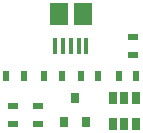
<source format=gtp>
%TF.GenerationSoftware,KiCad,Pcbnew,4.0.7*%
%TF.CreationDate,2017-11-15T16:48:18+08:00*%
%TF.ProjectId,MicroUSB,4D6963726F5553422E6B696361645F70,rev?*%
%TF.FileFunction,Paste,Top*%
%FSLAX46Y46*%
G04 Gerber Fmt 4.6, Leading zero omitted, Abs format (unit mm)*
G04 Created by KiCad (PCBNEW 4.0.7) date 11/15/17 16:48:18*
%MOMM*%
%LPD*%
G01*
G04 APERTURE LIST*
%ADD10C,0.100000*%
%ADD11R,1.500000X1.900000*%
%ADD12R,0.400000X1.350000*%
%ADD13R,0.800000X0.900000*%
%ADD14R,0.650000X1.060000*%
%ADD15R,0.500000X0.900000*%
%ADD16R,0.900000X0.500000*%
G04 APERTURE END LIST*
D10*
D11*
X6950000Y-2760000D03*
D12*
X8600000Y-5460000D03*
X9250000Y-5460000D03*
X6650000Y-5460000D03*
X7300000Y-5460000D03*
X7950000Y-5460000D03*
D11*
X8950000Y-2760000D03*
D13*
X7330000Y-11890000D03*
X9230000Y-11890000D03*
X8280000Y-9890000D03*
D14*
X13430000Y-9820000D03*
X12480000Y-9820000D03*
X11530000Y-9820000D03*
X11530000Y-12020000D03*
X13430000Y-12020000D03*
X12480000Y-12020000D03*
D15*
X13490000Y-7970000D03*
X11990000Y-7970000D03*
X8790000Y-7970000D03*
X10290000Y-7970000D03*
D16*
X13220000Y-6230000D03*
X13220000Y-4730000D03*
D15*
X5700000Y-7970000D03*
X7200000Y-7970000D03*
X3990000Y-7970000D03*
X2490000Y-7970000D03*
D16*
X3020000Y-12030000D03*
X3020000Y-10530000D03*
X5210000Y-12030000D03*
X5210000Y-10530000D03*
M02*

</source>
